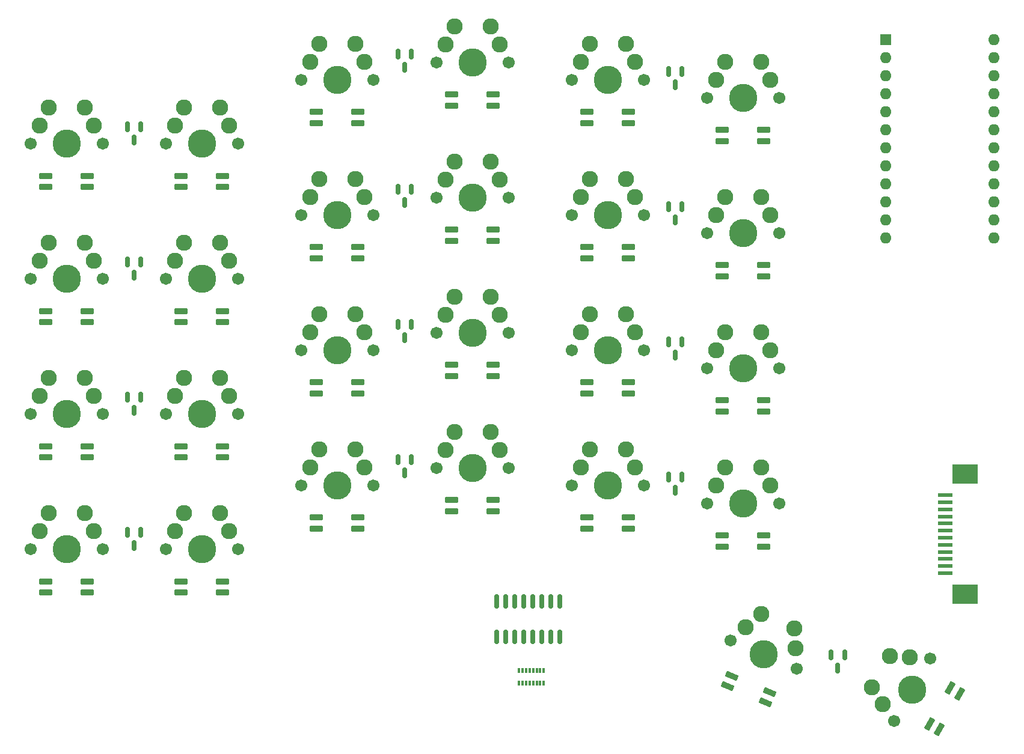
<source format=gbr>
%TF.GenerationSoftware,KiCad,Pcbnew,8.0.8-8.0.8-0~ubuntu22.04.1*%
%TF.CreationDate,2025-01-26T06:24:24-06:00*%
%TF.ProjectId,kbd,6b62642e-6b69-4636-9164-5f7063625858,rev?*%
%TF.SameCoordinates,Original*%
%TF.FileFunction,Soldermask,Top*%
%TF.FilePolarity,Negative*%
%FSLAX46Y46*%
G04 Gerber Fmt 4.6, Leading zero omitted, Abs format (unit mm)*
G04 Created by KiCad (PCBNEW 8.0.8-8.0.8-0~ubuntu22.04.1) date 2025-01-26 06:24:24*
%MOMM*%
%LPD*%
G01*
G04 APERTURE LIST*
G04 Aperture macros list*
%AMRoundRect*
0 Rectangle with rounded corners*
0 $1 Rounding radius*
0 $2 $3 $4 $5 $6 $7 $8 $9 X,Y pos of 4 corners*
0 Add a 4 corners polygon primitive as box body*
4,1,4,$2,$3,$4,$5,$6,$7,$8,$9,$2,$3,0*
0 Add four circle primitives for the rounded corners*
1,1,$1+$1,$2,$3*
1,1,$1+$1,$4,$5*
1,1,$1+$1,$6,$7*
1,1,$1+$1,$8,$9*
0 Add four rect primitives between the rounded corners*
20,1,$1+$1,$2,$3,$4,$5,0*
20,1,$1+$1,$4,$5,$6,$7,0*
20,1,$1+$1,$6,$7,$8,$9,0*
20,1,$1+$1,$8,$9,$2,$3,0*%
G04 Aperture macros list end*
%ADD10RoundRect,0.082000X0.818000X0.328000X-0.818000X0.328000X-0.818000X-0.328000X0.818000X-0.328000X0*%
%ADD11RoundRect,0.082000X-0.818000X-0.328000X0.818000X-0.328000X0.818000X0.328000X-0.818000X0.328000X0*%
%ADD12C,1.701800*%
%ADD13C,3.987800*%
%ADD14C,2.286000*%
%ADD15RoundRect,0.150000X-0.150000X0.850000X-0.150000X-0.850000X0.150000X-0.850000X0.150000X0.850000X0*%
%ADD16R,2.000000X0.610000*%
%ADD17R,3.600000X2.680000*%
%ADD18R,1.600000X1.600000*%
%ADD19O,1.600000X1.600000*%
%ADD20RoundRect,0.082000X0.124944X0.872409X-0.693056X-0.544409X-0.124944X-0.872409X0.693056X0.544409X0*%
%ADD21R,0.300000X0.800000*%
%ADD22RoundRect,0.082000X0.881133X-0.017692X-0.624813X0.621544X-0.881133X0.017692X0.624813X-0.621544X0*%
%ADD23RoundRect,0.150000X-0.150000X0.587500X-0.150000X-0.587500X0.150000X-0.587500X0.150000X0.587500X0*%
G04 APERTURE END LIST*
D10*
%TO.C,LED35*%
X158150000Y-115160000D03*
X158150000Y-116740000D03*
X152350000Y-116740000D03*
X152350000Y-115160000D03*
%TD*%
D11*
%TO.C,LED01*%
X76150000Y-66090000D03*
X76150000Y-64510000D03*
X81950000Y-64510000D03*
X81950000Y-66090000D03*
%TD*%
D12*
%TO.C,SW04*%
X131120000Y-51000000D03*
D13*
X136200000Y-51000000D03*
D12*
X141280000Y-51000000D03*
D14*
X133660000Y-45920000D03*
X138740000Y-45920000D03*
X132390000Y-48460000D03*
X140010000Y-48460000D03*
%TD*%
D11*
%TO.C,LED04*%
X133300000Y-57090000D03*
X133300000Y-55510000D03*
X139100000Y-55510000D03*
X139100000Y-57090000D03*
%TD*%
D10*
%TO.C,LED30*%
X62900000Y-121660000D03*
X62900000Y-123240000D03*
X57100000Y-123240000D03*
X57100000Y-121660000D03*
%TD*%
D11*
%TO.C,LED20*%
X57100000Y-104189999D03*
X57100000Y-102609999D03*
X62900000Y-102609999D03*
X62900000Y-104189999D03*
%TD*%
D12*
%TO.C,SW05*%
X150170000Y-53500000D03*
D13*
X155250000Y-53500000D03*
D12*
X160330000Y-53500000D03*
D14*
X152710000Y-48420000D03*
X157790000Y-48420000D03*
X151440000Y-50960000D03*
X159060000Y-50960000D03*
%TD*%
D15*
%TO.C,U4*%
X129445000Y-124500000D03*
X128175000Y-124500000D03*
X126905000Y-124500000D03*
X125635000Y-124500000D03*
X124365000Y-124500000D03*
X123095000Y-124500000D03*
X121825000Y-124500000D03*
X120555000Y-124500000D03*
X120555000Y-129500000D03*
X121825000Y-129500000D03*
X123095000Y-129500000D03*
X124365000Y-129500000D03*
X125635000Y-129500000D03*
X126905000Y-129500000D03*
X128175000Y-129500000D03*
X129445000Y-129500000D03*
%TD*%
D12*
%TO.C,SW13*%
X112070000Y-67550000D03*
D13*
X117150000Y-67550000D03*
D12*
X122230000Y-67550000D03*
D14*
X114610000Y-62470000D03*
X119690000Y-62470000D03*
X113340000Y-65010000D03*
X120960000Y-65010000D03*
%TD*%
D12*
%TO.C,SW33*%
X112070000Y-105650000D03*
D13*
X117150000Y-105650000D03*
D12*
X122230000Y-105650000D03*
D14*
X114610000Y-100570000D03*
X119690000Y-100570000D03*
X113340000Y-103110000D03*
X120960000Y-103110000D03*
%TD*%
D16*
%TO.C,J2*%
X183700000Y-120500000D03*
X183700000Y-119500000D03*
X183700000Y-118500000D03*
X183700000Y-117500000D03*
X183700000Y-116500000D03*
X183700000Y-115500000D03*
X183700000Y-114500000D03*
X183700000Y-113500000D03*
X183700000Y-112500000D03*
X183700000Y-111500000D03*
X183700000Y-110500000D03*
X183700000Y-109500000D03*
D17*
X186500000Y-123490000D03*
X186500000Y-106510000D03*
%TD*%
D12*
%TO.C,SW37*%
X176510000Y-141349409D03*
D13*
X179050000Y-136950000D03*
D12*
X181590000Y-132550591D03*
D14*
X173380591Y-136609705D03*
X175920591Y-132210295D03*
X174945295Y-138979557D03*
X178755295Y-132380443D03*
%TD*%
D12*
%TO.C,SW15*%
X150170000Y-72550000D03*
D13*
X155250000Y-72550000D03*
D12*
X160330000Y-72550000D03*
D14*
X152710000Y-67470000D03*
X157790000Y-67470000D03*
X151440000Y-70010000D03*
X159060000Y-70010000D03*
%TD*%
D10*
%TO.C,LED13*%
X120050000Y-72060000D03*
X120050000Y-73640000D03*
X114250000Y-73640000D03*
X114250000Y-72060000D03*
%TD*%
D12*
%TO.C,SW14*%
X131120000Y-70050000D03*
D13*
X136200000Y-70050000D03*
D12*
X141280000Y-70050000D03*
D14*
X133660000Y-64970000D03*
X138740000Y-64970000D03*
X132390000Y-67510000D03*
X140010000Y-67510000D03*
%TD*%
D12*
%TO.C,SW31*%
X73970000Y-117150000D03*
D13*
X79050000Y-117150000D03*
D12*
X84130000Y-117150000D03*
D14*
X76510000Y-112070000D03*
X81590000Y-112070000D03*
X75240000Y-114610000D03*
X82860000Y-114610000D03*
%TD*%
D12*
%TO.C,SW03*%
X112070000Y-48500000D03*
D13*
X117150000Y-48500000D03*
D12*
X122230000Y-48500000D03*
D14*
X114610000Y-43420000D03*
X119690000Y-43420000D03*
X113340000Y-45960000D03*
X120960000Y-45960000D03*
%TD*%
D18*
%TO.C,U1*%
X175375000Y-45280000D03*
D19*
X175375000Y-47820000D03*
X175375000Y-50360000D03*
X175375000Y-52900000D03*
X175375000Y-55440000D03*
X175375000Y-57980000D03*
X175375000Y-60520000D03*
X175375000Y-63060000D03*
X175375000Y-65600000D03*
X175375000Y-68140000D03*
X175375000Y-70680000D03*
X175375000Y-73220000D03*
X190615000Y-73220000D03*
X190615000Y-70680000D03*
X190615000Y-68140000D03*
X190615000Y-65600000D03*
X190615000Y-63060000D03*
X190615000Y-60520000D03*
X190615000Y-57980000D03*
X190615000Y-55440000D03*
X190615000Y-52900000D03*
X190615000Y-50360000D03*
X190615000Y-47820000D03*
X190615000Y-45280000D03*
%TD*%
D10*
%TO.C,LED32*%
X101000000Y-112660000D03*
X101000000Y-114240000D03*
X95200000Y-114240000D03*
X95200000Y-112660000D03*
%TD*%
D11*
%TO.C,LED21*%
X76150000Y-104189999D03*
X76150000Y-102609999D03*
X81950000Y-102609999D03*
X81950000Y-104189999D03*
%TD*%
D12*
%TO.C,SW24*%
X131120000Y-89100000D03*
D13*
X136200000Y-89100000D03*
D12*
X141280000Y-89100000D03*
D14*
X133660000Y-84020000D03*
X138740000Y-84020000D03*
X132390000Y-86560000D03*
X140010000Y-86560000D03*
%TD*%
D20*
%TO.C,LED37*%
X184405840Y-136683526D03*
X185774160Y-137473526D03*
X182874160Y-142496474D03*
X181505840Y-141706474D03*
%TD*%
D12*
%TO.C,SW21*%
X73970000Y-98100000D03*
D13*
X79050000Y-98100000D03*
D12*
X84130000Y-98100000D03*
D14*
X76510000Y-93020000D03*
X81590000Y-93020000D03*
X75240000Y-95560000D03*
X82860000Y-95560000D03*
%TD*%
D11*
%TO.C,LED23*%
X114250000Y-92689999D03*
X114250000Y-91109999D03*
X120050000Y-91109999D03*
X120050000Y-92689999D03*
%TD*%
D21*
%TO.C,RN1*%
X127200000Y-134200000D03*
X126700000Y-134200000D03*
X126200000Y-134200000D03*
X125700000Y-134200000D03*
X125200000Y-134200000D03*
X124700000Y-134200000D03*
X124200000Y-134200000D03*
X123700000Y-134200000D03*
X123700000Y-136000000D03*
X124200000Y-136000000D03*
X124700000Y-136000000D03*
X125200000Y-136000000D03*
X125700000Y-136000000D03*
X126200000Y-136000000D03*
X126700000Y-136000000D03*
X127200000Y-136000000D03*
%TD*%
D12*
%TO.C,SW34*%
X131120000Y-108150000D03*
D13*
X136200000Y-108150000D03*
D12*
X141280000Y-108150000D03*
D14*
X133660000Y-103070000D03*
X138740000Y-103070000D03*
X132390000Y-105610000D03*
X140010000Y-105610000D03*
%TD*%
D10*
%TO.C,LED31*%
X81950000Y-121660000D03*
X81950000Y-123240000D03*
X76150000Y-123240000D03*
X76150000Y-121660000D03*
%TD*%
D12*
%TO.C,SW11*%
X73970000Y-79050000D03*
D13*
X79050000Y-79050000D03*
D12*
X84130000Y-79050000D03*
D14*
X76510000Y-73970000D03*
X81590000Y-73970000D03*
X75240000Y-76510000D03*
X82860000Y-76510000D03*
%TD*%
D11*
%TO.C,LED24*%
X133300000Y-95189999D03*
X133300000Y-93609999D03*
X139100000Y-93609999D03*
X139100000Y-95189999D03*
%TD*%
%TO.C,LED25*%
X152350000Y-97689999D03*
X152350000Y-96109999D03*
X158150000Y-96109999D03*
X158150000Y-97689999D03*
%TD*%
%TO.C,LED03*%
X114250000Y-54590000D03*
X114250000Y-53010000D03*
X120050000Y-53010000D03*
X120050000Y-54590000D03*
%TD*%
D10*
%TO.C,LED33*%
X120050000Y-110160000D03*
X120050000Y-111740000D03*
X114250000Y-111740000D03*
X114250000Y-110160000D03*
%TD*%
D22*
%TO.C,LED36*%
X159048142Y-137243667D03*
X158430786Y-138698065D03*
X153091858Y-136431825D03*
X153709214Y-134977427D03*
%TD*%
D12*
%TO.C,SW30*%
X54920000Y-117150000D03*
D13*
X60000000Y-117150000D03*
D12*
X65080000Y-117150000D03*
D14*
X57460000Y-112070000D03*
X62540000Y-112070000D03*
X56190000Y-114610000D03*
X63810000Y-114610000D03*
%TD*%
D12*
%TO.C,SW00*%
X54920000Y-60000000D03*
D13*
X60000000Y-60000000D03*
D12*
X65080000Y-60000000D03*
D14*
X57460000Y-54920000D03*
X62540000Y-54920000D03*
X56190000Y-57460000D03*
X63810000Y-57460000D03*
%TD*%
D12*
%TO.C,SW35*%
X150170000Y-110650000D03*
D13*
X155250000Y-110650000D03*
D12*
X160330000Y-110650000D03*
D14*
X152710000Y-105570000D03*
X157790000Y-105570000D03*
X151440000Y-108110000D03*
X159060000Y-108110000D03*
%TD*%
D10*
%TO.C,LED14*%
X139100000Y-74560000D03*
X139100000Y-76140000D03*
X133300000Y-76140000D03*
X133300000Y-74560000D03*
%TD*%
D11*
%TO.C,LED22*%
X95200000Y-95189999D03*
X95200000Y-93609999D03*
X101000000Y-93609999D03*
X101000000Y-95189999D03*
%TD*%
D10*
%TO.C,LED10*%
X62900000Y-83560000D03*
X62900000Y-85140000D03*
X57100000Y-85140000D03*
X57100000Y-83560000D03*
%TD*%
D12*
%TO.C,SW23*%
X112070000Y-86600000D03*
D13*
X117150000Y-86600000D03*
D12*
X122230000Y-86600000D03*
D14*
X114610000Y-81520000D03*
X119690000Y-81520000D03*
X113340000Y-84060000D03*
X120960000Y-84060000D03*
%TD*%
D12*
%TO.C,SW20*%
X54920000Y-98100000D03*
D13*
X60000000Y-98100000D03*
D12*
X65080000Y-98100000D03*
D14*
X57460000Y-93020000D03*
X62540000Y-93020000D03*
X56190000Y-95560000D03*
X63810000Y-95560000D03*
%TD*%
D12*
%TO.C,SW12*%
X93020000Y-70050000D03*
D13*
X98100000Y-70050000D03*
D12*
X103180000Y-70050000D03*
D14*
X95560000Y-64970000D03*
X100640000Y-64970000D03*
X94290000Y-67510000D03*
X101910000Y-67510000D03*
%TD*%
D10*
%TO.C,LED12*%
X101000000Y-74560000D03*
X101000000Y-76140000D03*
X95200000Y-76140000D03*
X95200000Y-74560000D03*
%TD*%
D11*
%TO.C,LED02*%
X95200000Y-57090000D03*
X95200000Y-55510000D03*
X101000000Y-55510000D03*
X101000000Y-57090000D03*
%TD*%
D12*
%TO.C,SW02*%
X93020000Y-51000000D03*
D13*
X98100000Y-51000000D03*
D12*
X103180000Y-51000000D03*
D14*
X95560000Y-45920000D03*
X100640000Y-45920000D03*
X94290000Y-48460000D03*
X101910000Y-48460000D03*
%TD*%
D10*
%TO.C,LED34*%
X139100000Y-112660000D03*
X139100000Y-114240000D03*
X133300000Y-114240000D03*
X133300000Y-112660000D03*
%TD*%
D11*
%TO.C,LED00*%
X57100000Y-66090000D03*
X57100000Y-64510000D03*
X62900000Y-64510000D03*
X62900000Y-66090000D03*
%TD*%
D10*
%TO.C,LED15*%
X158150000Y-77060000D03*
X158150000Y-78640000D03*
X152350000Y-78640000D03*
X152350000Y-77060000D03*
%TD*%
%TO.C,LED11*%
X81950000Y-83560000D03*
X81950000Y-85140000D03*
X76150000Y-85140000D03*
X76150000Y-83560000D03*
%TD*%
D12*
%TO.C,SW01*%
X73970000Y-60000000D03*
D13*
X79050000Y-60000000D03*
D12*
X84130000Y-60000000D03*
D14*
X76510000Y-54920000D03*
X81590000Y-54920000D03*
X75240000Y-57460000D03*
X82860000Y-57460000D03*
%TD*%
D12*
%TO.C,SW25*%
X150170000Y-91600000D03*
D13*
X155250000Y-91600000D03*
D12*
X160330000Y-91600000D03*
D14*
X152710000Y-86520000D03*
X157790000Y-86520000D03*
X151440000Y-89060000D03*
X159060000Y-89060000D03*
%TD*%
D11*
%TO.C,LED05*%
X152350000Y-59590000D03*
X152350000Y-58010000D03*
X158150000Y-58010000D03*
X158150000Y-59590000D03*
%TD*%
D12*
%TO.C,SW10*%
X54920000Y-79050000D03*
D13*
X60000000Y-79050000D03*
D12*
X65080000Y-79050000D03*
D14*
X57460000Y-73970000D03*
X62540000Y-73970000D03*
X56190000Y-76510000D03*
X63810000Y-76510000D03*
%TD*%
D12*
%TO.C,SW36*%
X153473835Y-129965086D03*
D13*
X158150000Y-131950000D03*
D12*
X162826165Y-133934914D03*
D14*
X157796832Y-126281378D03*
X162472996Y-128266292D03*
X155635334Y-128123232D03*
X162649581Y-131100603D03*
%TD*%
D12*
%TO.C,SW22*%
X93020000Y-89100000D03*
D13*
X98100000Y-89100000D03*
D12*
X103180000Y-89100000D03*
D14*
X95560000Y-84020000D03*
X100640000Y-84020000D03*
X94290000Y-86560000D03*
X101910000Y-86560000D03*
%TD*%
D12*
%TO.C,SW32*%
X93020000Y-108150000D03*
D13*
X98100000Y-108150000D03*
D12*
X103180000Y-108150000D03*
D14*
X95560000Y-103070000D03*
X100640000Y-103070000D03*
X94290000Y-105610000D03*
X101910000Y-105610000D03*
%TD*%
D23*
%TO.C,D2425*%
X144775000Y-87912500D03*
X146675000Y-87912500D03*
X145725000Y-89787500D03*
%TD*%
%TO.C,D0001*%
X68575000Y-57562500D03*
X70475000Y-57562500D03*
X69525000Y-59437500D03*
%TD*%
%TO.C,D3435*%
X144775000Y-106962500D03*
X146675000Y-106962500D03*
X145725000Y-108837500D03*
%TD*%
%TO.C,D0405*%
X144775000Y-49812500D03*
X146675000Y-49812500D03*
X145725000Y-51687500D03*
%TD*%
%TO.C,D1415*%
X144775000Y-68862500D03*
X146675000Y-68862500D03*
X145725000Y-70737500D03*
%TD*%
%TO.C,D3031*%
X68575000Y-114712500D03*
X70475000Y-114712500D03*
X69525000Y-116587500D03*
%TD*%
%TO.C,D3233*%
X106675000Y-104462500D03*
X108575000Y-104462500D03*
X107625000Y-106337500D03*
%TD*%
%TO.C,D1011*%
X68575000Y-76612500D03*
X70475000Y-76612500D03*
X69525000Y-78487500D03*
%TD*%
%TO.C,D0203*%
X106675000Y-47312500D03*
X108575000Y-47312500D03*
X107625000Y-49187500D03*
%TD*%
%TO.C,D3637*%
X167650000Y-132012500D03*
X169550000Y-132012500D03*
X168600000Y-133887500D03*
%TD*%
%TO.C,D1213*%
X106675000Y-66362500D03*
X108575000Y-66362500D03*
X107625000Y-68237500D03*
%TD*%
%TO.C,D2223*%
X106675000Y-85412500D03*
X108575000Y-85412500D03*
X107625000Y-87287500D03*
%TD*%
%TO.C,D2021*%
X68575000Y-95662500D03*
X70475000Y-95662500D03*
X69525000Y-97537500D03*
%TD*%
M02*

</source>
